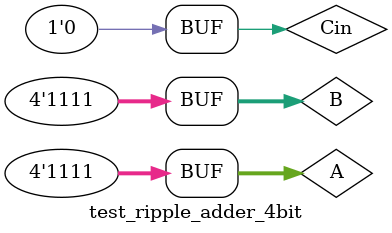
<source format=v>
module half_adder(output S,C,input A,B);
 xor(S,A,B);
 and(C,A,B);
endmodule

//Structural Model : Full Adder
module full_adder(S,Cout,A,B,Cin);
 input A,B,Cin;
 output S,Cout;
 wire s1,c1,c2;
 half_adder HA1(s1,c1,A,B);
 half_adder HA2(S,c2,s1,Cin);
 or o1(Cout,c1,c2);
endmodule

//Structural Model : 4 Bit Ripple Carry Adder
module ripple_adder_4bit(Cout,Sum,A,B,Cin);
 output [3:0] Sum;
 output Cout;
 input [3:0] A,B;
 input Cin;
wire c1,c2,c3; 
 //full_adder fa(S,Cout,A,B,Cin);
 full_adder FA1(Sum[0],c1,A[0],B[0],Cin),
    FA2(Sum[1],c2,A[1],B[1],c1),
    FA3(Sum[2],c3,A[2],B[2],c2),
    FA4(Sum[3],Cout,A[3],B[3],c3);
endmodule

//Test Bench : 4 Bit Ripple Carry Adder
module test_ripple_adder_4bit();
 // Inputs
 reg [3:0] A;
 reg [3:0] B;
 reg Cin;
 // Outputs
 wire [3:0] Sum;
 wire Cout;
 // Instantiate the Unit Under Test (UUT)
 ripple_adder_4bit rpa(.Sum(Sum), .Cout(Cout), .A(A), .B(B),.Cin(Cin));
 initial 
 	begin
 	
 	$monitor("A=%d		 B=%d	Cin=%d	Sum=%d		Cout=%d",A,B,Cin,Sum,Cout); 
	A=4'b0000;B=4'b0000;Cin=1'b0; 
	#10 
	A=4'b0010;B=4'b0010;Cin=1'b0; 
	#10
	A=4'b0010;B=4'b0100;Cin=1'b0; 
	#10
	A=4'b0110;B=4'b1010; Cin=1'b0; 
	#10
	A=4'b1111;B=4'b1111;Cin=1'b0;
	 end
endmodule

</source>
